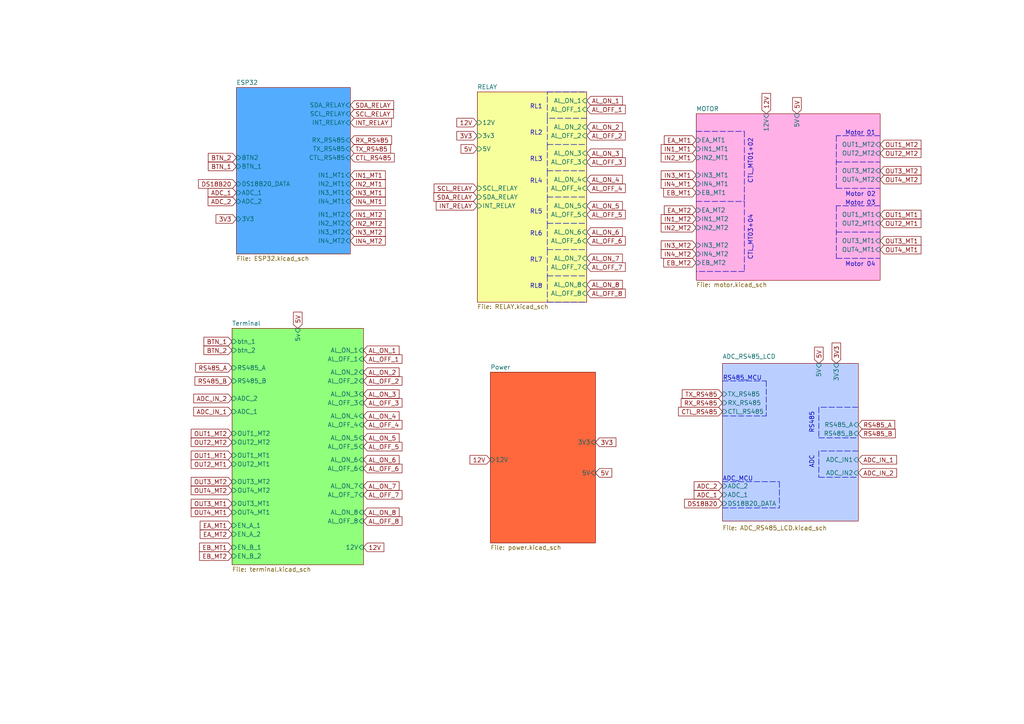
<source format=kicad_sch>
(kicad_sch (version 20211123) (generator eeschema)
  (paper "A4")
  (lib_symbols)
  (polyline (pts (xy 237.49 118.11) (xy 237.49 127)))
  (polyline (pts (xy 158.75 80.01) (xy 170.18 80.01)))
  (polyline (pts (xy 158.75 72.39) (xy 170.18 72.39)))
  (polyline (pts (xy 158.75 49.53) (xy 158.75 57.15)))
  (polyline (pts (xy 215.9 38.1) (xy 215.9 58.42)))
  (polyline (pts (xy 222.25 110.49) (xy 222.25 120.65)))
  (polyline (pts (xy 158.75 41.91) (xy 170.18 41.91)))
  (polyline (pts (xy 158.75 64.77) (xy 158.75 72.39)))
  (polyline (pts (xy 158.75 64.77) (xy 170.18 64.77)))
  (polyline (pts (xy 209.55 147.32) (xy 226.06 147.32)))
  (polyline (pts (xy 158.75 72.39) (xy 158.75 80.01)))
  (polyline (pts (xy 158.75 87.63) (xy 170.18 87.63)))
  (polyline (pts (xy 255.27 39.37) (xy 242.57 39.37)))
  (polyline (pts (xy 248.92 130.81) (xy 237.49 130.81)))
  (polyline (pts (xy 158.75 26.67) (xy 170.18 26.67)))
  (polyline (pts (xy 215.9 78.74) (xy 201.93 78.74)))
  (polyline (pts (xy 158.75 57.15) (xy 170.18 57.15)))
  (polyline (pts (xy 237.49 138.43) (xy 248.92 138.43)))
  (polyline (pts (xy 158.75 80.01) (xy 158.75 87.63)))
  (polyline (pts (xy 215.9 58.42) (xy 215.9 78.74)))
  (polyline (pts (xy 242.57 39.37) (xy 242.57 54.61)))
  (polyline (pts (xy 158.75 41.91) (xy 158.75 49.53)))
  (polyline (pts (xy 158.75 34.29) (xy 158.75 41.91)))
  (polyline (pts (xy 242.57 46.99) (xy 255.27 46.99)))
  (polyline (pts (xy 248.92 118.11) (xy 237.49 118.11)))
  (polyline (pts (xy 201.93 58.42) (xy 215.9 58.42)))
  (polyline (pts (xy 242.57 67.31) (xy 255.27 67.31)))
  (polyline (pts (xy 242.57 59.69) (xy 242.57 74.93)))
  (polyline (pts (xy 209.55 120.65) (xy 222.25 120.65)))
  (polyline (pts (xy 201.93 38.1) (xy 215.9 38.1)))
  (polyline (pts (xy 242.57 54.61) (xy 255.27 54.61)))
  (polyline (pts (xy 237.49 127) (xy 248.92 127)))
  (polyline (pts (xy 158.75 57.15) (xy 158.75 64.77)))
  (polyline (pts (xy 209.55 139.7) (xy 226.06 139.7)))
  (polyline (pts (xy 226.06 139.7) (xy 226.06 147.32)))
  (polyline (pts (xy 170.18 34.29) (xy 158.75 34.29)))
  (polyline (pts (xy 158.75 34.29) (xy 158.75 26.67)))
  (polyline (pts (xy 255.27 59.69) (xy 242.57 59.69)))
  (polyline (pts (xy 209.55 110.49) (xy 222.25 110.49)))
  (polyline (pts (xy 237.49 130.81) (xy 237.49 138.43)))
  (polyline (pts (xy 158.75 49.53) (xy 170.18 49.53)))
  (polyline (pts (xy 242.57 74.93) (xy 255.27 74.93)))
  (text "RL1" (at 153.67 31.75 0) (effects (font (size 1.27 1.27)) (justify left bottom)))
  (text "RL6" (at 153.67 68.58 0) (effects (font (size 1.27 1.27)) (justify left bottom)))
  (text "RL8" (at 153.67 83.82 0) (effects (font (size 1.27 1.27)) (justify left bottom)))
  (text "Motor 01" (at 245.11 39.37 0) (effects (font (size 1.27 1.27)) (justify left bottom)))
  (text "RS485" (at 236.22 125.73 90) (effects (font (size 1.27 1.27)) (justify left bottom)))
  (text "RL5" (at 153.67 62.23 0) (effects (font (size 1.27 1.27)) (justify left bottom)))
  (text "Motor 04" (at 245.11 77.47 0) (effects (font (size 1.27 1.27)) (justify left bottom)))
  (text "RL2" (at 153.67 39.37 0) (effects (font (size 1.27 1.27)) (justify left bottom)))
  (text "CTL_MT01+02" (at 218.44 53.34 90) (effects (font (size 1.27 1.27)) (justify left bottom)))
  (text "Motor 03" (at 245.11 59.69 0) (effects (font (size 1.27 1.27)) (justify left bottom)))
  (text "RL3" (at 153.67 46.99 0) (effects (font (size 1.27 1.27)) (justify left bottom)))
  (text "RL7" (at 153.67 76.2 0) (effects (font (size 1.27 1.27)) (justify left bottom)))
  (text "ADC" (at 236.22 135.89 90) (effects (font (size 1.27 1.27)) (justify left bottom)))
  (text "RS485_MCU" (at 220.98 110.49 180) (effects (font (size 1.27 1.27)) (justify right bottom)))
  (text "RL4" (at 153.67 53.34 0) (effects (font (size 1.27 1.27)) (justify left bottom)))
  (text "Motor 02" (at 254 57.15 180) (effects (font (size 1.27 1.27)) (justify right bottom)))
  (text "ADC_MCU" (at 218.44 139.7 180) (effects (font (size 1.27 1.27)) (justify right bottom)))
  (text "CTL_MT03+04" (at 218.44 62.23 270) (effects (font (size 1.27 1.27)) (justify right bottom)))
  (global_label "IN4_MT1" (shape input) (at 101.6 58.42 0) (property "Intersheet References" "${INTERSHEET_REFS}" (effects hide)))
  (global_label "12V" (shape input) (at 105.41 158.75 0) (property "Intersheet References" "${INTERSHEET_REFS}" (effects hide)))
  (global_label "IN4_MT1" (shape input) (at 201.93 53.34 180) (property "Intersheet References" "${INTERSHEET_REFS}" (effects hide)))
  (global_label "AL_ON_1" (shape input) (at 105.41 101.6 0) (property "Intersheet References" "${INTERSHEET_REFS}" (effects hide)))
  (global_label "IN1_MT1" (shape input) (at 101.6 50.8 0) (property "Intersheet References" "${INTERSHEET_REFS}" (effects hide)))
  (global_label "5V" (shape input) (at 237.49 105.41 90) (property "Intersheet References" "${INTERSHEET_REFS}" (effects hide)))
  (global_label "OUT4_MT2" (shape input) (at 67.31 142.24 180) (property "Intersheet References" "${INTERSHEET_REFS}" (effects hide)))
  (global_label "OUT1_MT2" (shape input) (at 67.31 125.73 180) (property "Intersheet References" "${INTERSHEET_REFS}" (effects hide)))
  (global_label "AL_OFF_8" (shape input) (at 105.41 151.13 0) (property "Intersheet References" "${INTERSHEET_REFS}" (effects hide)))
  (global_label "OUT3_MT1" (shape input) (at 255.27 69.85 0) (property "Intersheet References" "${INTERSHEET_REFS}" (effects hide)))
  (global_label "AL_OFF_1" (shape input) (at 170.18 31.75 0) (property "Intersheet References" "${INTERSHEET_REFS}" (effects hide)))
  (global_label "IN3_MT1" (shape input) (at 201.93 50.8 180) (property "Intersheet References" "${INTERSHEET_REFS}" (effects hide)))
  (global_label "OUT2_MT2" (shape input) (at 255.27 44.45 0) (property "Intersheet References" "${INTERSHEET_REFS}" (effects hide)))
  (global_label "RS485_A" (shape input) (at 248.92 123.19 0) (property "Intersheet References" "${INTERSHEET_REFS}" (effects hide)))
  (global_label "IN1_MT1" (shape input) (at 201.93 43.18 180) (property "Intersheet References" "${INTERSHEET_REFS}" (effects hide)))
  (global_label "ADC_IN_2" (shape input) (at 67.31 115.57 180) (property "Intersheet References" "${INTERSHEET_REFS}" (effects hide)))
  (global_label "IN1_MT2" (shape input) (at 101.6 62.23 0) (property "Intersheet References" "${INTERSHEET_REFS}" (effects hide)))
  (global_label "OUT4_MT2" (shape input) (at 255.27 52.07 0) (property "Intersheet References" "${INTERSHEET_REFS}" (effects hide)))
  (global_label "OUT1_MT1" (shape input) (at 67.31 132.08 180) (property "Intersheet References" "${INTERSHEET_REFS}" (effects hide)))
  (global_label "OUT2_MT1" (shape input) (at 255.27 64.77 0) (property "Intersheet References" "${INTERSHEET_REFS}" (effects hide)))
  (global_label "AL_OFF_2" (shape input) (at 105.41 110.49 0) (property "Intersheet References" "${INTERSHEET_REFS}" (effects hide)))
  (global_label "AL_ON_7" (shape input) (at 105.41 140.97 0) (property "Intersheet References" "${INTERSHEET_REFS}" (effects hide)))
  (global_label "ADC_1" (shape input) (at 68.58 55.88 180) (property "Intersheet References" "${INTERSHEET_REFS}" (effects hide)))
  (global_label "ADC_IN_1" (shape input) (at 248.92 133.35 0) (property "Intersheet References" "${INTERSHEET_REFS}" (effects hide)))
  (global_label "SCL_RELAY" (shape input) (at 101.6 33.02 0) (property "Intersheet References" "${INTERSHEET_REFS}" (effects hide)))
  (global_label "3V3" (shape input) (at 68.58 63.5 180) (property "Intersheet References" "${INTERSHEET_REFS}" (effects hide)))
  (global_label "AL_OFF_3" (shape input) (at 170.18 46.99 0) (property "Intersheet References" "${INTERSHEET_REFS}" (effects hide)))
  (global_label "ADC_1" (shape input) (at 209.55 143.51 180) (property "Intersheet References" "${INTERSHEET_REFS}" (effects hide)))
  (global_label "EB_MT2" (shape input) (at 67.31 161.29 180) (property "Intersheet References" "${INTERSHEET_REFS}" (effects hide)))
  (global_label "ADC_IN_1" (shape input) (at 67.31 119.38 180) (property "Intersheet References" "${INTERSHEET_REFS}" (effects hide)))
  (global_label "IN2_MT2" (shape input) (at 201.93 66.04 180) (property "Intersheet References" "${INTERSHEET_REFS}" (effects hide)))
  (global_label "AL_OFF_5" (shape input) (at 170.18 62.23 0) (property "Intersheet References" "${INTERSHEET_REFS}" (effects hide)))
  (global_label "EB_MT2" (shape input) (at 201.93 76.2 180) (property "Intersheet References" "${INTERSHEET_REFS}" (effects hide)))
  (global_label "SCL_RELAY" (shape input) (at 138.43 54.61 180) (property "Intersheet References" "${INTERSHEET_REFS}" (effects hide)))
  (global_label "AL_OFF_3" (shape input) (at 105.41 116.84 0) (property "Intersheet References" "${INTERSHEET_REFS}" (effects hide)))
  (global_label "AL_OFF_4" (shape input) (at 170.18 54.61 0) (property "Intersheet References" "${INTERSHEET_REFS}" (effects hide)))
  (global_label "ADC_2" (shape input) (at 209.55 140.97 180) (property "Intersheet References" "${INTERSHEET_REFS}" (effects hide)))
  (global_label "SDA_RELAY" (shape input) (at 138.43 57.15 180) (property "Intersheet References" "${INTERSHEET_REFS}" (effects hide)))
  (global_label "IN3_MT2" (shape input) (at 101.6 67.31 0) (property "Intersheet References" "${INTERSHEET_REFS}" (effects hide)))
  (global_label "AL_OFF_8" (shape input) (at 170.18 85.09 0) (property "Intersheet References" "${INTERSHEET_REFS}" (effects hide)))
  (global_label "DS18B20" (shape input) (at 209.55 146.05 180) (property "Intersheet References" "${INTERSHEET_REFS}" (effects hide)))
  (global_label "OUT3_MT2" (shape input) (at 67.31 139.7 180) (property "Intersheet References" "${INTERSHEET_REFS}" (effects hide)))
  (global_label "5V" (shape input) (at 231.14 33.02 90) (property "Intersheet References" "${INTERSHEET_REFS}" (effects hide)))
  (global_label "RS485_A" (shape input) (at 67.31 106.68 180) (property "Intersheet References" "${INTERSHEET_REFS}" (effects hide)))
  (global_label "SDA_RELAY" (shape input) (at 101.6 30.48 0) (property "Intersheet References" "${INTERSHEET_REFS}" (effects hide)))
  (global_label "EA_MT2" (shape input) (at 201.93 60.96 180) (property "Intersheet References" "${INTERSHEET_REFS}" (effects hide)))
  (global_label "AL_ON_7" (shape input) (at 170.18 74.93 0) (property "Intersheet References" "${INTERSHEET_REFS}" (effects hide)))
  (global_label "AL_ON_2" (shape input) (at 105.41 107.95 0) (property "Intersheet References" "${INTERSHEET_REFS}" (effects hide)))
  (global_label "OUT2_MT1" (shape input) (at 67.31 134.62 180) (property "Intersheet References" "${INTERSHEET_REFS}" (effects hide)))
  (global_label "IN1_MT2" (shape input) (at 201.93 63.5 180) (property "Intersheet References" "${INTERSHEET_REFS}" (effects hide)))
  (global_label "5V" (shape input) (at 172.72 137.16 0) (property "Intersheet References" "${INTERSHEET_REFS}" (effects hide)))
  (global_label "RX_RS485" (shape input) (at 101.6 40.64 0) (property "Intersheet References" "${INTERSHEET_REFS}" (effects hide)))
  (global_label "ADC_2" (shape input) (at 68.58 58.42 180) (property "Intersheet References" "${INTERSHEET_REFS}" (effects hide)))
  (global_label "IN2_MT1" (shape input) (at 201.93 45.72 180) (property "Intersheet References" "${INTERSHEET_REFS}" (effects hide)))
  (global_label "3V3" (shape input) (at 242.57 105.41 90) (property "Intersheet References" "${INTERSHEET_REFS}" (effects hide)))
  (global_label "INT_RELAY" (shape input) (at 101.6 35.56 0) (property "Intersheet References" "${INTERSHEET_REFS}" (effects hide)))
  (global_label "3V3" (shape input) (at 138.43 39.37 180) (property "Intersheet References" "${INTERSHEET_REFS}" (effects hide)))
  (global_label "RS485_B" (shape input) (at 248.92 125.73 0) (property "Intersheet References" "${INTERSHEET_REFS}" (effects hide)))
  (global_label "AL_ON_5" (shape input) (at 170.18 59.69 0) (property "Intersheet References" "${INTERSHEET_REFS}" (effects hide)))
  (global_label "OUT4_MT1" (shape input) (at 255.27 72.39 0) (property "Intersheet References" "${INTERSHEET_REFS}" (effects hide)))
  (global_label "12V" (shape input) (at 138.43 35.56 180) (property "Intersheet References" "${INTERSHEET_REFS}" (effects hide)))
  (global_label "AL_ON_2" (shape input) (at 170.18 36.83 0) (property "Intersheet References" "${INTERSHEET_REFS}" (effects hide)))
  (global_label "AL_OFF_1" (shape input) (at 105.41 104.14 0) (property "Intersheet References" "${INTERSHEET_REFS}" (effects hide)))
  (global_label "IN4_MT2" (shape input) (at 101.6 69.85 0) (property "Intersheet References" "${INTERSHEET_REFS}" (effects hide)))
  (global_label "AL_ON_4" (shape input) (at 105.41 120.65 0) (property "Intersheet References" "${INTERSHEET_REFS}" (effects hide)))
  (global_label "AL_ON_5" (shape input) (at 105.41 127 0) (property "Intersheet References" "${INTERSHEET_REFS}" (effects hide)))
  (global_label "AL_ON_4" (shape input) (at 170.18 52.07 0) (property "Intersheet References" "${INTERSHEET_REFS}" (effects hide)))
  (global_label "IN2_MT1" (shape input) (at 101.6 53.34 0) (property "Intersheet References" "${INTERSHEET_REFS}" (effects hide)))
  (global_label "OUT1_MT2" (shape input) (at 255.27 41.91 0) (property "Intersheet References" "${INTERSHEET_REFS}" (effects hide)))
  (global_label "AL_ON_6" (shape input) (at 170.18 67.31 0) (property "Intersheet References" "${INTERSHEET_REFS}" (effects hide)))
  (global_label "RX_RS485" (shape input) (at 209.55 116.84 180) (property "Intersheet References" "${INTERSHEET_REFS}" (effects hide)))
  (global_label "EA_MT2" (shape input) (at 67.31 154.94 180) (property "Intersheet References" "${INTERSHEET_REFS}" (effects hide)))
  (global_label "AL_ON_8" (shape input) (at 170.18 82.55 0) (property "Intersheet References" "${INTERSHEET_REFS}" (effects hide)))
  (global_label "OUT4_MT1" (shape input) (at 67.31 148.59 180) (property "Intersheet References" "${INTERSHEET_REFS}" (effects hide)))
  (global_label "EB_MT1" (shape input) (at 67.31 158.75 180) (property "Intersheet References" "${INTERSHEET_REFS}" (effects hide)))
  (global_label "AL_OFF_4" (shape input) (at 105.41 123.19 0) (property "Intersheet References" "${INTERSHEET_REFS}" (effects hide)))
  (global_label "OUT1_MT1" (shape input) (at 255.27 62.23 0) (property "Intersheet References" "${INTERSHEET_REFS}" (effects hide)))
  (global_label "CTL_RS485" (shape input) (at 101.6 45.72 0) (property "Intersheet References" "${INTERSHEET_REFS}" (effects hide)))
  (global_label "AL_OFF_7" (shape input) (at 170.18 77.47 0) (property "Intersheet References" "${INTERSHEET_REFS}" (effects hide)))
  (global_label "AL_OFF_2" (shape input) (at 170.18 39.37 0) (property "Intersheet References" "${INTERSHEET_REFS}" (effects hide)))
  (global_label "IN3_MT2" (shape input) (at 201.93 71.12 180) (property "Intersheet References" "${INTERSHEET_REFS}" (effects hide)))
  (global_label "RS485_B" (shape input) (at 67.31 110.49 180) (property "Intersheet References" "${INTERSHEET_REFS}" (effects hide)))
  (global_label "AL_ON_6" (shape input) (at 105.41 133.35 0) (property "Intersheet References" "${INTERSHEET_REFS}" (effects hide)))
  (global_label "IN3_MT1" (shape input) (at 101.6 55.88 0) (property "Intersheet References" "${INTERSHEET_REFS}" (effects hide)))
  (global_label "BTN_1" (shape input) (at 68.58 48.26 180) (property "Intersheet References" "${INTERSHEET_REFS}" (effects hide)))
  (global_label "TX_RS485" (shape input) (at 101.6 43.18 0) (property "Intersheet References" "${INTERSHEET_REFS}" (effects hide)))
  (global_label "DS18B20" (shape input) (at 68.58 53.34 180) (property "Intersheet References" "${INTERSHEET_REFS}" (effects hide)))
  (global_label "OUT3_MT1" (shape input) (at 67.31 146.05 180) (property "Intersheet References" "${INTERSHEET_REFS}" (effects hide)))
  (global_label "EA_MT1" (shape input) (at 67.31 152.4 180) (property "Intersheet References" "${INTERSHEET_REFS}" (effects hide)))
  (global_label "OUT3_MT2" (shape input) (at 255.27 49.53 0) (property "Intersheet References" "${INTERSHEET_REFS}" (effects hide)))
  (global_label "AL_OFF_6" (shape input) (at 105.41 135.89 0) (property "Intersheet References" "${INTERSHEET_REFS}" (effects hide)))
  (global_label "IN2_MT2" (shape input) (at 101.6 64.77 0) (property "Intersheet References" "${INTERSHEET_REFS}" (effects hide)))
  (global_label "AL_ON_3" (shape input) (at 170.18 44.45 0) (property "Intersheet References" "${INTERSHEET_REFS}" (effects hide)))
  (global_label "BTN_2" (shape input) (at 68.58 45.72 180) (property "Intersheet References" "${INTERSHEET_REFS}" (effects hide)))
  (global_label "OUT2_MT2" (shape input) (at 67.31 128.27 180) (property "Intersheet References" "${INTERSHEET_REFS}" (effects hide)))
  (global_label "CTL_RS485" (shape input) (at 209.55 119.38 180) (property "Intersheet References" "${INTERSHEET_REFS}" (effects hide)))
  (global_label "AL_OFF_7" (shape input) (at 105.41 143.51 0) (property "Intersheet References" "${INTERSHEET_REFS}" (effects hide)))
  (global_label "12V" (shape input) (at 222.25 33.02 90) (property "Intersheet References" "${INTERSHEET_REFS}" (effects hide)))
  (global_label "AL_OFF_5" (shape input) (at 105.41 129.54 0) (property "Intersheet References" "${INTERSHEET_REFS}" (effects hide)))
  (global_label "INT_RELAY" (shape input) (at 138.43 59.69 180) (property "Intersheet References" "${INTERSHEET_REFS}" (effects hide)))
  (global_label "3V3" (shape input) (at 172.72 128.27 0) (property "Intersheet References" "${INTERSHEET_REFS}" (effects hide)))
  (global_label "AL_ON_8" (shape input) (at 105.41 148.59 0) (property "Intersheet References" "${INTERSHEET_REFS}" (effects hide)))
  (global_label "IN4_MT2" (shape input) (at 201.93 73.66 180) (property "Intersheet References" "${INTERSHEET_REFS}" (effects hide)))
  (global_label "5V" (shape input) (at 86.36 95.25 90) (property "Intersheet References" "${INTERSHEET_REFS}" (effects hide)))
  (global_label "TX_RS485" (shape input) (at 209.55 114.3 180) (property "Intersheet References" "${INTERSHEET_REFS}" (effects hide)))
  (global_label "EA_MT1" (shape input) (at 201.93 40.64 180) (property "Intersheet References" "${INTERSHEET_REFS}" (effects hide)))
  (global_label "12V" (shape input) (at 142.24 133.35 180) (property "Intersheet References" "${INTERSHEET_REFS}" (effects hide)))
  (global_label "EB_MT1" (shape input) (at 201.93 55.88 180) (property "Intersheet References" "${INTERSHEET_REFS}" (effects hide)))
  (global_label "5V" (shape input) (at 138.43 43.18 180) (property "Intersheet References" "${INTERSHEET_REFS}" (effects hide)))
  (global_label "AL_ON_3" (shape input) (at 105.41 114.3 0) (property "Intersheet References" "${INTERSHEET_REFS}" (effects hide)))
  (global_label "AL_ON_1" (shape input) (at 170.18 29.21 0) (property "Intersheet References" "${INTERSHEET_REFS}" (effects hide)))
  (global_label "ADC_IN_2" (shape input) (at 248.92 137.16 0) (property "Intersheet References" "${INTERSHEET_REFS}" (effects hide)))
  (global_label "BTN_2" (shape input) (at 67.31 101.6 180) (property "Intersheet References" "${INTERSHEET_REFS}" (effects hide)))
  (global_label "AL_OFF_6" (shape input) (at 170.18 69.85 0) (property "Intersheet References" "${INTERSHEET_REFS}" (effects hide)))
  (global_label "BTN_1" (shape input) (at 67.31 99.06 180) (property "Intersheet References" "${INTERSHEET_REFS}" (effects hide)))
  (sheet (at 142.24 107.95) (size 30.48 49.53) (stroke (width 0.1524)) (fill (color 255 103 61 1.0000))
    (property "Sheet name" "Power" (at 142.24 107.2384 0) (effects (justify left bottom)))
    (property "Sheet file" "power.kicad_sch" (at 142.24 158.0646 0) (effects (justify left top)))
    (pin "12V" input (at 142.24 133.35 180))
    (pin "3V3" input (at 172.72 128.27 0))
    (pin "5V" input (at 172.72 137.16 0))
  )
  (sheet (at 67.31 95.25) (size 38.1 68.58) (stroke (width 0.1524)) (fill (color 144 255 123 1.0000))
    (property "Sheet name" "Terminal" (at 67.31 94.5384 0) (effects (justify left bottom)))
    (property "Sheet file" "terminal.kicad_sch" (at 67.31 164.4146 0) (effects (justify left top)))
    (pin "OUT3_MT2" input (at 67.31 139.7 180))
    (pin "OUT4_MT2" input (at 67.31 142.24 180))
    (pin "OUT2_MT2" input (at 67.31 128.27 180))
    (pin "OUT1_MT2" input (at 67.31 125.73 180))
    (pin "AL_OFF_8" input (at 105.41 151.13 0))
    (pin "ADC_2" input (at 67.31 115.57 180))
    (pin "ADC_1" input (at 67.31 119.38 180))
    (pin "OUT2_MT1" input (at 67.31 134.62 180))
    (pin "RS485_A" input (at 67.31 106.68 180))
    (pin "OUT1_MT1" input (at 67.31 132.08 180))
    (pin "OUT3_MT1" input (at 67.31 146.05 180))
    (pin "OUT4_MT1" input (at 67.31 148.59 180))
    (pin "RS485_B" input (at 67.31 110.49 180))
    (pin "AL_OFF_4" input (at 105.41 123.19 0))
    (pin "AL_ON_1" input (at 105.41 101.6 0))
    (pin "AL_ON_5" input (at 105.41 127 0))
    (pin "AL_OFF_5" input (at 105.41 129.54 0))
    (pin "AL_ON_2" input (at 105.41 107.95 0))
    (pin "AL_ON_3" input (at 105.41 114.3 0))
    (pin "AL_OFF_3" input (at 105.41 116.84 0))
    (pin "AL_ON_4" input (at 105.41 120.65 0))
    (pin "AL_OFF_2" input (at 105.41 110.49 0))
    (pin "AL_OFF_1" input (at 105.41 104.14 0))
    (pin "AL_ON_6" input (at 105.41 133.35 0))
    (pin "AL_ON_8" input (at 105.41 148.59 0))
    (pin "AL_OFF_7" input (at 105.41 143.51 0))
    (pin "AL_ON_7" input (at 105.41 140.97 0))
    (pin "AL_OFF_6" input (at 105.41 135.89 0))
    (pin "btn_1" input (at 67.31 99.06 180))
    (pin "btn_2" input (at 67.31 101.6 180))
    (pin "5v" input (at 86.36 95.25 90))
    (pin "EN_A_1" input (at 67.31 152.4 180))
    (pin "EN_A_2" input (at 67.31 154.94 180))
    (pin "EN_B_1" input (at 67.31 158.75 180))
    (pin "EN_B_2" input (at 67.31 161.29 180))
    (pin "12V" input (at 105.41 158.75 0))
  )
  (sheet (at 209.55 105.41) (size 39.37 45.72) (stroke (width 0.1524)) (fill (color 186 207 255 1.0000))
    (property "Sheet name" "ADC_RS485_LCD" (at 209.55 104.14 0) (effects (justify left bottom)))
    (property "Sheet file" "ADC_RS485_LCD.kicad_sch" (at 209.55 152.4 0) (effects (justify left top)))
    (pin "RS485_A" input (at 248.92 123.19 0))
    (pin "TX_RS485" input (at 209.55 114.3 180))
    (pin "5V" input (at 237.49 105.41 90))
    (pin "RX_RS485" input (at 209.55 116.84 180))
    (pin "RS485_B" input (at 248.92 125.73 0))
    (pin "ADC_IN2" input (at 248.92 137.16 0))
    (pin "3V3" input (at 242.57 105.41 90))
    (pin "ADC_1" input (at 209.55 143.51 180))
    (pin "ADC_2" input (at 209.55 140.97 180))
    (pin "ADC_IN1" input (at 248.92 133.35 0))
    (pin "CTL_RS485" input (at 209.55 119.38 180))
    (pin "DS18B20_DATA" input (at 209.55 146.05 180))
  )
  (sheet (at 138.43 26.67) (size 31.75 60.96) (stroke (width 0.1524)) (fill (color 247 255 156 1.0000))
    (property "Sheet name" "RELAY" (at 138.43 25.9584 0) (effects (justify left bottom)))
    (property "Sheet file" "RELAY.kicad_sch" (at 138.43 88.2146 0) (effects (justify left top)))
    (pin "3v3" input (at 138.43 39.37 180))
    (pin "INT_RELAY" input (at 138.43 59.69 180))
    (pin "SDA_RELAY" input (at 138.43 57.15 180))
    (pin "SCL_RELAY" input (at 138.43 54.61 180))
    (pin "AL_OFF_8" input (at 170.18 85.09 0))
    (pin "AL_ON_8" input (at 170.18 82.55 0))
    (pin "AL_ON_7" input (at 170.18 74.93 0))
    (pin "AL_OFF_1" input (at 170.18 31.75 0))
    (pin "AL_ON_1" input (at 170.18 29.21 0))
    (pin "AL_OFF_6" input (at 170.18 69.85 0))
    (pin "AL_ON_5" input (at 170.18 59.69 0))
    (pin "AL_OFF_7" input (at 170.18 77.47 0))
    (pin "AL_OFF_5" input (at 170.18 62.23 0))
    (pin "AL_ON_6" input (at 170.18 67.31 0))
    (pin "AL_OFF_3" input (at 170.18 46.99 0))
    (pin "AL_ON_3" input (at 170.18 44.45 0))
    (pin "AL_OFF_2" input (at 170.18 39.37 0))
    (pin "AL_ON_2" input (at 170.18 36.83 0))
    (pin "AL_ON_4" input (at 170.18 52.07 0))
    (pin "AL_OFF_4" input (at 170.18 54.61 0))
    (pin "12V" input (at 138.43 35.56 180))
    (pin "5V" input (at 138.43 43.18 180))
  )
  (sheet (at 201.93 33.02) (size 53.34 48.26) (stroke (width 0.1524)) (fill (color 255 176 230 1.0000))
    (property "Sheet name" "MOTOR" (at 201.93 32.3084 0) (effects (justify left bottom)))
    (property "Sheet file" "motor.kicad_sch" (at 201.93 81.8646 0) (effects (justify left top)))
    (pin "OUT2_MT2" input (at 255.27 44.45 0))
    (pin "OUT1_MT2" input (at 255.27 41.91 0))
    (pin "OUT4_MT2" input (at 255.27 52.07 0))
    (pin "OUT3_MT2" input (at 255.27 49.53 0))
    (pin "OUT4_MT1" input (at 255.27 72.39 0))
    (pin "OUT1_MT1" input (at 255.27 62.23 0))
    (pin "OUT3_MT1" input (at 255.27 69.85 0))
    (pin "OUT2_MT1" input (at 255.27 64.77 0))
    (pin "EA_MT2" input (at 201.93 60.96 180))
    (pin "IN3_MT2" input (at 201.93 71.12 180))
    (pin "IN4_MT2" input (at 201.93 73.66 180))
    (pin "IN2_MT2" input (at 201.93 66.04 180))
    (pin "12V" input (at 222.25 33.02 90))
    (pin "EB_MT2" input (at 201.93 76.2 180))
    (pin "IN1_MT2" input (at 201.93 63.5 180))
    (pin "5V" input (at 231.14 33.02 90))
    (pin "EB_MT1" input (at 201.93 55.88 180))
    (pin "EA_MT1" input (at 201.93 40.64 180))
    (pin "IN4_MT1" input (at 201.93 53.34 180))
    (pin "IN1_MT1" input (at 201.93 43.18 180))
    (pin "IN2_MT1" input (at 201.93 45.72 180))
    (pin "IN3_MT1" input (at 201.93 50.8 180))
  )
  (sheet (at 68.58 25.4) (size 33.02 48.26) (stroke (width 0.1524)) (fill (color 84 172 255 1.0000))
    (property "Sheet name" "ESP32" (at 68.58 24.6884 0) (effects (justify left bottom)))
    (property "Sheet file" "ESP32.kicad_sch" (at 68.58 74.2446 0) (effects (justify left top)))
    (pin "DS18B20_DATA" input (at 68.58 53.34 180))
    (pin "SDA_RELAY" input (at 101.6 30.48 0))
    (pin "RX_RS485" input (at 101.6 40.64 0))
    (pin "SCL_RELAY" input (at 101.6 33.02 0))
    (pin "IN2_MT1" input (at 101.6 53.34 0))
    (pin "INT_RELAY" input (at 101.6 35.56 0))
    (pin "TX_RS485" input (at 101.6 43.18 0))
    (pin "CTL_RS485" input (at 101.6 45.72 0))
    (pin "IN1_MT2" input (at 101.6 62.23 0))
    (pin "IN2_MT2" input (at 101.6 64.77 0))
    (pin "IN1_MT1" input (at 101.6 50.8 0))
    (pin "IN4_MT2" input (at 101.6 69.85 0))
    (pin "IN4_MT1" input (at 101.6 58.42 0))
    (pin "IN3_MT1" input (at 101.6 55.88 0))
    (pin "IN3_MT2" input (at 101.6 67.31 0))
    (pin "3V3" input (at 68.58 63.5 180))
    (pin "BTN_1" input (at 68.58 48.26 180))
    (pin "BTN2" input (at 68.58 45.72 180))
    (pin "ADC_1" input (at 68.58 55.88 180))
    (pin "ADC_2" input (at 68.58 58.42 180))
  )
)
</source>
